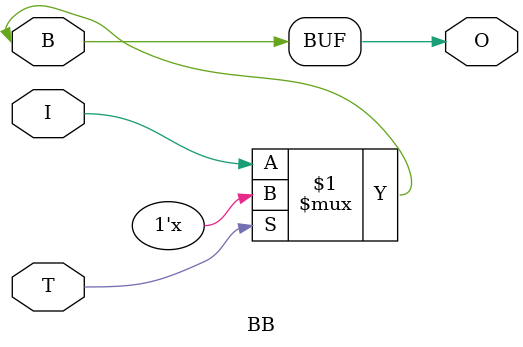
<source format=v>
`default_nettype none
module BB(input I, T, output O, inout B);
assign B = T ? 1'bz : I;
assign O = B;
endmodule

</source>
